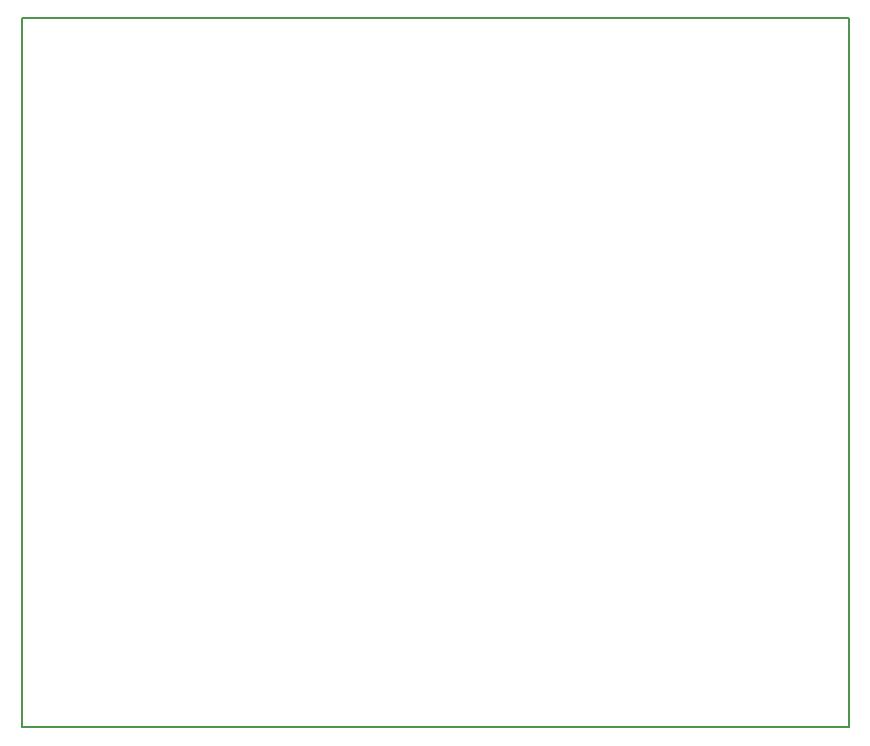
<source format=gbr>
G04 PROTEUS RS274X GERBER FILE*
%FSLAX45Y45*%
%MOMM*%
G01*
%ADD13C,0.203200*%
D13*
X-3500000Y-3000000D02*
X+3500000Y-3000000D01*
X+3500000Y+3000000D01*
X-3500000Y+3000000D01*
X-3500000Y-3000000D01*
M02*

</source>
